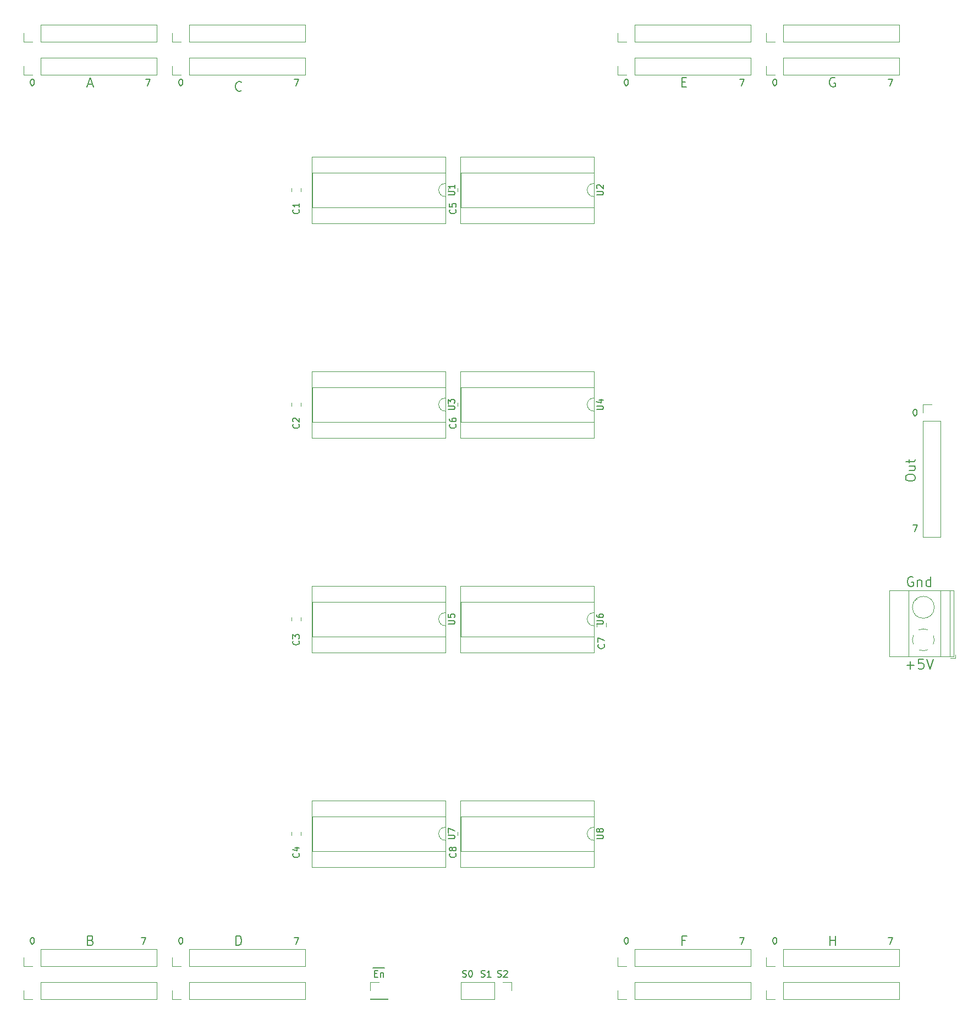
<source format=gbr>
%TF.GenerationSoftware,KiCad,Pcbnew,(5.1.8)-1*%
%TF.CreationDate,2022-05-31T01:24:27+03:00*%
%TF.ProjectId,MUX,4d55582e-6b69-4636-9164-5f7063625858,rev?*%
%TF.SameCoordinates,Original*%
%TF.FileFunction,Legend,Top*%
%TF.FilePolarity,Positive*%
%FSLAX46Y46*%
G04 Gerber Fmt 4.6, Leading zero omitted, Abs format (unit mm)*
G04 Created by KiCad (PCBNEW (5.1.8)-1) date 2022-05-31 01:24:27*
%MOMM*%
%LPD*%
G01*
G04 APERTURE LIST*
%ADD10C,0.150000*%
%ADD11C,0.200000*%
%ADD12C,0.120000*%
G04 APERTURE END LIST*
D10*
X91805238Y-174345000D02*
X92710000Y-174345000D01*
X92043333Y-175188571D02*
X92376666Y-175188571D01*
X92519523Y-175712380D02*
X92043333Y-175712380D01*
X92043333Y-174712380D01*
X92519523Y-174712380D01*
X92710000Y-174345000D02*
X93614761Y-174345000D01*
X92948095Y-175045714D02*
X92948095Y-175712380D01*
X92948095Y-175140952D02*
X92995714Y-175093333D01*
X93090952Y-175045714D01*
X93233809Y-175045714D01*
X93329047Y-175093333D01*
X93376666Y-175188571D01*
X93376666Y-175712380D01*
X39322380Y-37552380D02*
X39417619Y-37552380D01*
X39512857Y-37600000D01*
X39560476Y-37647619D01*
X39608095Y-37742857D01*
X39655714Y-37933333D01*
X39655714Y-38171428D01*
X39608095Y-38361904D01*
X39560476Y-38457142D01*
X39512857Y-38504761D01*
X39417619Y-38552380D01*
X39322380Y-38552380D01*
X39227142Y-38504761D01*
X39179523Y-38457142D01*
X39131904Y-38361904D01*
X39084285Y-38171428D01*
X39084285Y-37933333D01*
X39131904Y-37742857D01*
X39179523Y-37647619D01*
X39227142Y-37600000D01*
X39322380Y-37552380D01*
X56816666Y-37552380D02*
X57483333Y-37552380D01*
X57054761Y-38552380D01*
X79676666Y-37552380D02*
X80343333Y-37552380D01*
X79914761Y-38552380D01*
X174926666Y-106132380D02*
X175593333Y-106132380D01*
X175164761Y-107132380D01*
X171116666Y-37552380D02*
X171783333Y-37552380D01*
X171354761Y-38552380D01*
X148256666Y-37552380D02*
X148923333Y-37552380D01*
X148494761Y-38552380D01*
X171116666Y-169632380D02*
X171783333Y-169632380D01*
X171354761Y-170632380D01*
X148256666Y-169632380D02*
X148923333Y-169632380D01*
X148494761Y-170632380D01*
X79676666Y-169632380D02*
X80343333Y-169632380D01*
X79914761Y-170632380D01*
X56181666Y-169632380D02*
X56848333Y-169632380D01*
X56419761Y-170632380D01*
X39322380Y-169632380D02*
X39417619Y-169632380D01*
X39512857Y-169680000D01*
X39560476Y-169727619D01*
X39608095Y-169822857D01*
X39655714Y-170013333D01*
X39655714Y-170251428D01*
X39608095Y-170441904D01*
X39560476Y-170537142D01*
X39512857Y-170584761D01*
X39417619Y-170632380D01*
X39322380Y-170632380D01*
X39227142Y-170584761D01*
X39179523Y-170537142D01*
X39131904Y-170441904D01*
X39084285Y-170251428D01*
X39084285Y-170013333D01*
X39131904Y-169822857D01*
X39179523Y-169727619D01*
X39227142Y-169680000D01*
X39322380Y-169632380D01*
X62182380Y-169632380D02*
X62277619Y-169632380D01*
X62372857Y-169680000D01*
X62420476Y-169727619D01*
X62468095Y-169822857D01*
X62515714Y-170013333D01*
X62515714Y-170251428D01*
X62468095Y-170441904D01*
X62420476Y-170537142D01*
X62372857Y-170584761D01*
X62277619Y-170632380D01*
X62182380Y-170632380D01*
X62087142Y-170584761D01*
X62039523Y-170537142D01*
X61991904Y-170441904D01*
X61944285Y-170251428D01*
X61944285Y-170013333D01*
X61991904Y-169822857D01*
X62039523Y-169727619D01*
X62087142Y-169680000D01*
X62182380Y-169632380D01*
X130762380Y-169632380D02*
X130857619Y-169632380D01*
X130952857Y-169680000D01*
X131000476Y-169727619D01*
X131048095Y-169822857D01*
X131095714Y-170013333D01*
X131095714Y-170251428D01*
X131048095Y-170441904D01*
X131000476Y-170537142D01*
X130952857Y-170584761D01*
X130857619Y-170632380D01*
X130762380Y-170632380D01*
X130667142Y-170584761D01*
X130619523Y-170537142D01*
X130571904Y-170441904D01*
X130524285Y-170251428D01*
X130524285Y-170013333D01*
X130571904Y-169822857D01*
X130619523Y-169727619D01*
X130667142Y-169680000D01*
X130762380Y-169632380D01*
X153622380Y-169632380D02*
X153717619Y-169632380D01*
X153812857Y-169680000D01*
X153860476Y-169727619D01*
X153908095Y-169822857D01*
X153955714Y-170013333D01*
X153955714Y-170251428D01*
X153908095Y-170441904D01*
X153860476Y-170537142D01*
X153812857Y-170584761D01*
X153717619Y-170632380D01*
X153622380Y-170632380D01*
X153527142Y-170584761D01*
X153479523Y-170537142D01*
X153431904Y-170441904D01*
X153384285Y-170251428D01*
X153384285Y-170013333D01*
X153431904Y-169822857D01*
X153479523Y-169727619D01*
X153527142Y-169680000D01*
X153622380Y-169632380D01*
X62182380Y-37552380D02*
X62277619Y-37552380D01*
X62372857Y-37600000D01*
X62420476Y-37647619D01*
X62468095Y-37742857D01*
X62515714Y-37933333D01*
X62515714Y-38171428D01*
X62468095Y-38361904D01*
X62420476Y-38457142D01*
X62372857Y-38504761D01*
X62277619Y-38552380D01*
X62182380Y-38552380D01*
X62087142Y-38504761D01*
X62039523Y-38457142D01*
X61991904Y-38361904D01*
X61944285Y-38171428D01*
X61944285Y-37933333D01*
X61991904Y-37742857D01*
X62039523Y-37647619D01*
X62087142Y-37600000D01*
X62182380Y-37552380D01*
X175212380Y-88352380D02*
X175307619Y-88352380D01*
X175402857Y-88400000D01*
X175450476Y-88447619D01*
X175498095Y-88542857D01*
X175545714Y-88733333D01*
X175545714Y-88971428D01*
X175498095Y-89161904D01*
X175450476Y-89257142D01*
X175402857Y-89304761D01*
X175307619Y-89352380D01*
X175212380Y-89352380D01*
X175117142Y-89304761D01*
X175069523Y-89257142D01*
X175021904Y-89161904D01*
X174974285Y-88971428D01*
X174974285Y-88733333D01*
X175021904Y-88542857D01*
X175069523Y-88447619D01*
X175117142Y-88400000D01*
X175212380Y-88352380D01*
X130762380Y-37552380D02*
X130857619Y-37552380D01*
X130952857Y-37600000D01*
X131000476Y-37647619D01*
X131048095Y-37742857D01*
X131095714Y-37933333D01*
X131095714Y-38171428D01*
X131048095Y-38361904D01*
X131000476Y-38457142D01*
X130952857Y-38504761D01*
X130857619Y-38552380D01*
X130762380Y-38552380D01*
X130667142Y-38504761D01*
X130619523Y-38457142D01*
X130571904Y-38361904D01*
X130524285Y-38171428D01*
X130524285Y-37933333D01*
X130571904Y-37742857D01*
X130619523Y-37647619D01*
X130667142Y-37600000D01*
X130762380Y-37552380D01*
X153622380Y-37552380D02*
X153717619Y-37552380D01*
X153812857Y-37600000D01*
X153860476Y-37647619D01*
X153908095Y-37742857D01*
X153955714Y-37933333D01*
X153955714Y-38171428D01*
X153908095Y-38361904D01*
X153860476Y-38457142D01*
X153812857Y-38504761D01*
X153717619Y-38552380D01*
X153622380Y-38552380D01*
X153527142Y-38504761D01*
X153479523Y-38457142D01*
X153431904Y-38361904D01*
X153384285Y-38171428D01*
X153384285Y-37933333D01*
X153431904Y-37742857D01*
X153479523Y-37647619D01*
X153527142Y-37600000D01*
X153622380Y-37552380D01*
D11*
X173803571Y-99040000D02*
X173803571Y-98754285D01*
X173875000Y-98611428D01*
X174017857Y-98468571D01*
X174303571Y-98397142D01*
X174803571Y-98397142D01*
X175089285Y-98468571D01*
X175232142Y-98611428D01*
X175303571Y-98754285D01*
X175303571Y-99040000D01*
X175232142Y-99182857D01*
X175089285Y-99325714D01*
X174803571Y-99397142D01*
X174303571Y-99397142D01*
X174017857Y-99325714D01*
X173875000Y-99182857D01*
X173803571Y-99040000D01*
X174303571Y-97111428D02*
X175303571Y-97111428D01*
X174303571Y-97754285D02*
X175089285Y-97754285D01*
X175232142Y-97682857D01*
X175303571Y-97540000D01*
X175303571Y-97325714D01*
X175232142Y-97182857D01*
X175160714Y-97111428D01*
X174303571Y-96611428D02*
X174303571Y-96040000D01*
X173803571Y-96397142D02*
X175089285Y-96397142D01*
X175232142Y-96325714D01*
X175303571Y-96182857D01*
X175303571Y-96040000D01*
X173966428Y-127742142D02*
X175109285Y-127742142D01*
X174537857Y-128313571D02*
X174537857Y-127170714D01*
X176537857Y-126813571D02*
X175823571Y-126813571D01*
X175752142Y-127527857D01*
X175823571Y-127456428D01*
X175966428Y-127385000D01*
X176323571Y-127385000D01*
X176466428Y-127456428D01*
X176537857Y-127527857D01*
X176609285Y-127670714D01*
X176609285Y-128027857D01*
X176537857Y-128170714D01*
X176466428Y-128242142D01*
X176323571Y-128313571D01*
X175966428Y-128313571D01*
X175823571Y-128242142D01*
X175752142Y-128170714D01*
X177037857Y-126813571D02*
X177537857Y-128313571D01*
X178037857Y-126813571D01*
X174930714Y-114185000D02*
X174787857Y-114113571D01*
X174573571Y-114113571D01*
X174359285Y-114185000D01*
X174216428Y-114327857D01*
X174145000Y-114470714D01*
X174073571Y-114756428D01*
X174073571Y-114970714D01*
X174145000Y-115256428D01*
X174216428Y-115399285D01*
X174359285Y-115542142D01*
X174573571Y-115613571D01*
X174716428Y-115613571D01*
X174930714Y-115542142D01*
X175002142Y-115470714D01*
X175002142Y-114970714D01*
X174716428Y-114970714D01*
X175645000Y-114613571D02*
X175645000Y-115613571D01*
X175645000Y-114756428D02*
X175716428Y-114685000D01*
X175859285Y-114613571D01*
X176073571Y-114613571D01*
X176216428Y-114685000D01*
X176287857Y-114827857D01*
X176287857Y-115613571D01*
X177645000Y-115613571D02*
X177645000Y-114113571D01*
X177645000Y-115542142D02*
X177502142Y-115613571D01*
X177216428Y-115613571D01*
X177073571Y-115542142D01*
X177002142Y-115470714D01*
X176930714Y-115327857D01*
X176930714Y-114899285D01*
X177002142Y-114756428D01*
X177073571Y-114685000D01*
X177216428Y-114613571D01*
X177502142Y-114613571D01*
X177645000Y-114685000D01*
D10*
X110998095Y-175664761D02*
X111140952Y-175712380D01*
X111379047Y-175712380D01*
X111474285Y-175664761D01*
X111521904Y-175617142D01*
X111569523Y-175521904D01*
X111569523Y-175426666D01*
X111521904Y-175331428D01*
X111474285Y-175283809D01*
X111379047Y-175236190D01*
X111188571Y-175188571D01*
X111093333Y-175140952D01*
X111045714Y-175093333D01*
X110998095Y-174998095D01*
X110998095Y-174902857D01*
X111045714Y-174807619D01*
X111093333Y-174760000D01*
X111188571Y-174712380D01*
X111426666Y-174712380D01*
X111569523Y-174760000D01*
X111950476Y-174807619D02*
X111998095Y-174760000D01*
X112093333Y-174712380D01*
X112331428Y-174712380D01*
X112426666Y-174760000D01*
X112474285Y-174807619D01*
X112521904Y-174902857D01*
X112521904Y-174998095D01*
X112474285Y-175140952D01*
X111902857Y-175712380D01*
X112521904Y-175712380D01*
X108458095Y-175664761D02*
X108600952Y-175712380D01*
X108839047Y-175712380D01*
X108934285Y-175664761D01*
X108981904Y-175617142D01*
X109029523Y-175521904D01*
X109029523Y-175426666D01*
X108981904Y-175331428D01*
X108934285Y-175283809D01*
X108839047Y-175236190D01*
X108648571Y-175188571D01*
X108553333Y-175140952D01*
X108505714Y-175093333D01*
X108458095Y-174998095D01*
X108458095Y-174902857D01*
X108505714Y-174807619D01*
X108553333Y-174760000D01*
X108648571Y-174712380D01*
X108886666Y-174712380D01*
X109029523Y-174760000D01*
X109981904Y-175712380D02*
X109410476Y-175712380D01*
X109696190Y-175712380D02*
X109696190Y-174712380D01*
X109600952Y-174855238D01*
X109505714Y-174950476D01*
X109410476Y-174998095D01*
X105600595Y-175664761D02*
X105743452Y-175712380D01*
X105981547Y-175712380D01*
X106076785Y-175664761D01*
X106124404Y-175617142D01*
X106172023Y-175521904D01*
X106172023Y-175426666D01*
X106124404Y-175331428D01*
X106076785Y-175283809D01*
X105981547Y-175236190D01*
X105791071Y-175188571D01*
X105695833Y-175140952D01*
X105648214Y-175093333D01*
X105600595Y-174998095D01*
X105600595Y-174902857D01*
X105648214Y-174807619D01*
X105695833Y-174760000D01*
X105791071Y-174712380D01*
X106029166Y-174712380D01*
X106172023Y-174760000D01*
X106791071Y-174712380D02*
X106886309Y-174712380D01*
X106981547Y-174760000D01*
X107029166Y-174807619D01*
X107076785Y-174902857D01*
X107124404Y-175093333D01*
X107124404Y-175331428D01*
X107076785Y-175521904D01*
X107029166Y-175617142D01*
X106981547Y-175664761D01*
X106886309Y-175712380D01*
X106791071Y-175712380D01*
X106695833Y-175664761D01*
X106648214Y-175617142D01*
X106600595Y-175521904D01*
X106552976Y-175331428D01*
X106552976Y-175093333D01*
X106600595Y-174902857D01*
X106648214Y-174807619D01*
X106695833Y-174760000D01*
X106791071Y-174712380D01*
D11*
X139914285Y-170072857D02*
X139414285Y-170072857D01*
X139414285Y-170858571D02*
X139414285Y-169358571D01*
X140128571Y-169358571D01*
X139378571Y-37992857D02*
X139878571Y-37992857D01*
X140092857Y-38778571D02*
X139378571Y-38778571D01*
X139378571Y-37278571D01*
X140092857Y-37278571D01*
X70727142Y-170858571D02*
X70727142Y-169358571D01*
X71084285Y-169358571D01*
X71298571Y-169430000D01*
X71441428Y-169572857D01*
X71512857Y-169715714D01*
X71584285Y-170001428D01*
X71584285Y-170215714D01*
X71512857Y-170501428D01*
X71441428Y-170644285D01*
X71298571Y-170787142D01*
X71084285Y-170858571D01*
X70727142Y-170858571D01*
X71584285Y-39270714D02*
X71512857Y-39342142D01*
X71298571Y-39413571D01*
X71155714Y-39413571D01*
X70941428Y-39342142D01*
X70798571Y-39199285D01*
X70727142Y-39056428D01*
X70655714Y-38770714D01*
X70655714Y-38556428D01*
X70727142Y-38270714D01*
X70798571Y-38127857D01*
X70941428Y-37985000D01*
X71155714Y-37913571D01*
X71298571Y-37913571D01*
X71512857Y-37985000D01*
X71584285Y-38056428D01*
X162131428Y-170858571D02*
X162131428Y-169358571D01*
X162131428Y-170072857D02*
X162988571Y-170072857D01*
X162988571Y-170858571D02*
X162988571Y-169358571D01*
X162952857Y-37350000D02*
X162810000Y-37278571D01*
X162595714Y-37278571D01*
X162381428Y-37350000D01*
X162238571Y-37492857D01*
X162167142Y-37635714D01*
X162095714Y-37921428D01*
X162095714Y-38135714D01*
X162167142Y-38421428D01*
X162238571Y-38564285D01*
X162381428Y-38707142D01*
X162595714Y-38778571D01*
X162738571Y-38778571D01*
X162952857Y-38707142D01*
X163024285Y-38635714D01*
X163024285Y-38135714D01*
X162738571Y-38135714D01*
X48367142Y-170072857D02*
X48581428Y-170144285D01*
X48652857Y-170215714D01*
X48724285Y-170358571D01*
X48724285Y-170572857D01*
X48652857Y-170715714D01*
X48581428Y-170787142D01*
X48438571Y-170858571D01*
X47867142Y-170858571D01*
X47867142Y-169358571D01*
X48367142Y-169358571D01*
X48510000Y-169430000D01*
X48581428Y-169501428D01*
X48652857Y-169644285D01*
X48652857Y-169787142D01*
X48581428Y-169930000D01*
X48510000Y-170001428D01*
X48367142Y-170072857D01*
X47867142Y-170072857D01*
X47902857Y-38350000D02*
X48617142Y-38350000D01*
X47760000Y-38778571D02*
X48260000Y-37278571D01*
X48760000Y-38778571D01*
D12*
%TO.C,J1*%
X38040000Y-36890000D02*
X38040000Y-35560000D01*
X39370000Y-36890000D02*
X38040000Y-36890000D01*
X40640000Y-36890000D02*
X40640000Y-34230000D01*
X40640000Y-34230000D02*
X58480000Y-34230000D01*
X40640000Y-36890000D02*
X58480000Y-36890000D01*
X58480000Y-36890000D02*
X58480000Y-34230000D01*
%TO.C,J2*%
X129480000Y-36890000D02*
X129480000Y-35560000D01*
X130810000Y-36890000D02*
X129480000Y-36890000D01*
X132080000Y-36890000D02*
X132080000Y-34230000D01*
X132080000Y-34230000D02*
X149920000Y-34230000D01*
X132080000Y-36890000D02*
X149920000Y-36890000D01*
X149920000Y-36890000D02*
X149920000Y-34230000D01*
%TO.C,J3*%
X58480000Y-179130000D02*
X58480000Y-176470000D01*
X40640000Y-179130000D02*
X58480000Y-179130000D01*
X40640000Y-176470000D02*
X58480000Y-176470000D01*
X40640000Y-179130000D02*
X40640000Y-176470000D01*
X39370000Y-179130000D02*
X38040000Y-179130000D01*
X38040000Y-179130000D02*
X38040000Y-177800000D01*
%TO.C,J4*%
X149920000Y-179130000D02*
X149920000Y-176470000D01*
X132080000Y-179130000D02*
X149920000Y-179130000D01*
X132080000Y-176470000D02*
X149920000Y-176470000D01*
X132080000Y-179130000D02*
X132080000Y-176470000D01*
X130810000Y-179130000D02*
X129480000Y-179130000D01*
X129480000Y-179130000D02*
X129480000Y-177800000D01*
%TO.C,J5*%
X60900000Y-31810000D02*
X60900000Y-30480000D01*
X62230000Y-31810000D02*
X60900000Y-31810000D01*
X63500000Y-31810000D02*
X63500000Y-29150000D01*
X63500000Y-29150000D02*
X81340000Y-29150000D01*
X63500000Y-31810000D02*
X81340000Y-31810000D01*
X81340000Y-31810000D02*
X81340000Y-29150000D01*
%TO.C,J6*%
X152340000Y-31810000D02*
X152340000Y-30480000D01*
X153670000Y-31810000D02*
X152340000Y-31810000D01*
X154940000Y-31810000D02*
X154940000Y-29150000D01*
X154940000Y-29150000D02*
X172780000Y-29150000D01*
X154940000Y-31810000D02*
X172780000Y-31810000D01*
X172780000Y-31810000D02*
X172780000Y-29150000D01*
%TO.C,J7*%
X81340000Y-179130000D02*
X81340000Y-176470000D01*
X63500000Y-179130000D02*
X81340000Y-179130000D01*
X63500000Y-176470000D02*
X81340000Y-176470000D01*
X63500000Y-179130000D02*
X63500000Y-176470000D01*
X62230000Y-179130000D02*
X60900000Y-179130000D01*
X60900000Y-179130000D02*
X60900000Y-177800000D01*
%TO.C,J8*%
X172780000Y-174050000D02*
X172780000Y-171390000D01*
X154940000Y-174050000D02*
X172780000Y-174050000D01*
X154940000Y-171390000D02*
X172780000Y-171390000D01*
X154940000Y-174050000D02*
X154940000Y-171390000D01*
X153670000Y-174050000D02*
X152340000Y-174050000D01*
X152340000Y-174050000D02*
X152340000Y-172720000D01*
%TO.C,U1*%
X102990000Y-59750000D02*
X102990000Y-49470000D01*
X82430000Y-59750000D02*
X102990000Y-59750000D01*
X82430000Y-49470000D02*
X82430000Y-59750000D01*
X102990000Y-49470000D02*
X82430000Y-49470000D01*
X102930000Y-57260000D02*
X102930000Y-55610000D01*
X82490000Y-57260000D02*
X102930000Y-57260000D01*
X82490000Y-51960000D02*
X82490000Y-57260000D01*
X102930000Y-51960000D02*
X82490000Y-51960000D01*
X102930000Y-53610000D02*
X102930000Y-51960000D01*
X102930000Y-55610000D02*
G75*
G02*
X102930000Y-53610000I0J1000000D01*
G01*
%TO.C,U2*%
X125790000Y-53610000D02*
X125790000Y-51960000D01*
X125790000Y-51960000D02*
X105350000Y-51960000D01*
X105350000Y-51960000D02*
X105350000Y-57260000D01*
X105350000Y-57260000D02*
X125790000Y-57260000D01*
X125790000Y-57260000D02*
X125790000Y-55610000D01*
X125850000Y-49470000D02*
X105290000Y-49470000D01*
X105290000Y-49470000D02*
X105290000Y-59750000D01*
X105290000Y-59750000D02*
X125850000Y-59750000D01*
X125850000Y-59750000D02*
X125850000Y-49470000D01*
X125790000Y-55610000D02*
G75*
G02*
X125790000Y-53610000I0J1000000D01*
G01*
%TO.C,U3*%
X102990000Y-92770000D02*
X102990000Y-82490000D01*
X82430000Y-92770000D02*
X102990000Y-92770000D01*
X82430000Y-82490000D02*
X82430000Y-92770000D01*
X102990000Y-82490000D02*
X82430000Y-82490000D01*
X102930000Y-90280000D02*
X102930000Y-88630000D01*
X82490000Y-90280000D02*
X102930000Y-90280000D01*
X82490000Y-84980000D02*
X82490000Y-90280000D01*
X102930000Y-84980000D02*
X82490000Y-84980000D01*
X102930000Y-86630000D02*
X102930000Y-84980000D01*
X102930000Y-88630000D02*
G75*
G02*
X102930000Y-86630000I0J1000000D01*
G01*
%TO.C,U4*%
X125790000Y-86630000D02*
X125790000Y-84980000D01*
X125790000Y-84980000D02*
X105350000Y-84980000D01*
X105350000Y-84980000D02*
X105350000Y-90280000D01*
X105350000Y-90280000D02*
X125790000Y-90280000D01*
X125790000Y-90280000D02*
X125790000Y-88630000D01*
X125850000Y-82490000D02*
X105290000Y-82490000D01*
X105290000Y-82490000D02*
X105290000Y-92770000D01*
X105290000Y-92770000D02*
X125850000Y-92770000D01*
X125850000Y-92770000D02*
X125850000Y-82490000D01*
X125790000Y-88630000D02*
G75*
G02*
X125790000Y-86630000I0J1000000D01*
G01*
%TO.C,U5*%
X102990000Y-125790000D02*
X102990000Y-115510000D01*
X82430000Y-125790000D02*
X102990000Y-125790000D01*
X82430000Y-115510000D02*
X82430000Y-125790000D01*
X102990000Y-115510000D02*
X82430000Y-115510000D01*
X102930000Y-123300000D02*
X102930000Y-121650000D01*
X82490000Y-123300000D02*
X102930000Y-123300000D01*
X82490000Y-118000000D02*
X82490000Y-123300000D01*
X102930000Y-118000000D02*
X82490000Y-118000000D01*
X102930000Y-119650000D02*
X102930000Y-118000000D01*
X102930000Y-121650000D02*
G75*
G02*
X102930000Y-119650000I0J1000000D01*
G01*
%TO.C,U6*%
X125790000Y-119650000D02*
X125790000Y-118000000D01*
X125790000Y-118000000D02*
X105350000Y-118000000D01*
X105350000Y-118000000D02*
X105350000Y-123300000D01*
X105350000Y-123300000D02*
X125790000Y-123300000D01*
X125790000Y-123300000D02*
X125790000Y-121650000D01*
X125850000Y-115510000D02*
X105290000Y-115510000D01*
X105290000Y-115510000D02*
X105290000Y-125790000D01*
X105290000Y-125790000D02*
X125850000Y-125790000D01*
X125850000Y-125790000D02*
X125850000Y-115510000D01*
X125790000Y-121650000D02*
G75*
G02*
X125790000Y-119650000I0J1000000D01*
G01*
%TO.C,U7*%
X102990000Y-158810000D02*
X102990000Y-148530000D01*
X82430000Y-158810000D02*
X102990000Y-158810000D01*
X82430000Y-148530000D02*
X82430000Y-158810000D01*
X102990000Y-148530000D02*
X82430000Y-148530000D01*
X102930000Y-156320000D02*
X102930000Y-154670000D01*
X82490000Y-156320000D02*
X102930000Y-156320000D01*
X82490000Y-151020000D02*
X82490000Y-156320000D01*
X102930000Y-151020000D02*
X82490000Y-151020000D01*
X102930000Y-152670000D02*
X102930000Y-151020000D01*
X102930000Y-154670000D02*
G75*
G02*
X102930000Y-152670000I0J1000000D01*
G01*
%TO.C,U8*%
X125790000Y-152670000D02*
X125790000Y-151020000D01*
X125790000Y-151020000D02*
X105350000Y-151020000D01*
X105350000Y-151020000D02*
X105350000Y-156320000D01*
X105350000Y-156320000D02*
X125790000Y-156320000D01*
X125790000Y-156320000D02*
X125790000Y-154670000D01*
X125850000Y-148530000D02*
X105290000Y-148530000D01*
X105290000Y-148530000D02*
X105290000Y-158810000D01*
X105290000Y-158810000D02*
X125850000Y-158810000D01*
X125850000Y-158810000D02*
X125850000Y-148530000D01*
X125790000Y-154670000D02*
G75*
G02*
X125790000Y-152670000I0J1000000D01*
G01*
%TO.C,J9*%
X181430000Y-126625000D02*
X181430000Y-126125000D01*
X180690000Y-126625000D02*
X181430000Y-126625000D01*
X177553000Y-120052000D02*
X177599000Y-120099000D01*
X175255000Y-117755000D02*
X175291000Y-117790000D01*
X177769000Y-119859000D02*
X177804000Y-119894000D01*
X175461000Y-117550000D02*
X175507000Y-117597000D01*
X171269000Y-116265000D02*
X181190000Y-116265000D01*
X171269000Y-126385000D02*
X181190000Y-126385000D01*
X181190000Y-126385000D02*
X181190000Y-116265000D01*
X171269000Y-126385000D02*
X171269000Y-116265000D01*
X174229000Y-126385000D02*
X174229000Y-116265000D01*
X179130000Y-126385000D02*
X179130000Y-116265000D01*
X180630000Y-126385000D02*
X180630000Y-116265000D01*
X178210000Y-118825000D02*
G75*
G03*
X178210000Y-118825000I-1680000J0D01*
G01*
X178064756Y-123141682D02*
G75*
G02*
X178210000Y-123825000I-1534756J-683318D01*
G01*
X175846958Y-122289574D02*
G75*
G02*
X177214000Y-122290000I683042J-1535426D01*
G01*
X174994574Y-124508042D02*
G75*
G02*
X174995000Y-123141000I1535426J683042D01*
G01*
X177213042Y-125360426D02*
G75*
G02*
X175846000Y-125360000I-683042J1535426D01*
G01*
X178210253Y-123796195D02*
G75*
G02*
X178065000Y-124509000I-1680253J-28805D01*
G01*
%TO.C,J10*%
X113090000Y-176470000D02*
X113090000Y-177800000D01*
X111760000Y-176470000D02*
X113090000Y-176470000D01*
X110490000Y-176470000D02*
X110490000Y-179130000D01*
X110490000Y-179130000D02*
X105350000Y-179130000D01*
X110490000Y-176470000D02*
X105350000Y-176470000D01*
X105350000Y-176470000D02*
X105350000Y-179130000D01*
%TO.C,J11*%
X176470000Y-87570000D02*
X177800000Y-87570000D01*
X176470000Y-88900000D02*
X176470000Y-87570000D01*
X176470000Y-90170000D02*
X179130000Y-90170000D01*
X179130000Y-90170000D02*
X179130000Y-108010000D01*
X176470000Y-90170000D02*
X176470000Y-108010000D01*
X176470000Y-108010000D02*
X179130000Y-108010000D01*
%TO.C,C1*%
X80745000Y-54871252D02*
X80745000Y-54348748D01*
X79275000Y-54871252D02*
X79275000Y-54348748D01*
%TO.C,C2*%
X79275000Y-87891252D02*
X79275000Y-87368748D01*
X80745000Y-87891252D02*
X80745000Y-87368748D01*
%TO.C,C3*%
X80745000Y-120911252D02*
X80745000Y-120388748D01*
X79275000Y-120911252D02*
X79275000Y-120388748D01*
%TO.C,C4*%
X79275000Y-153931252D02*
X79275000Y-153408748D01*
X80745000Y-153931252D02*
X80745000Y-153408748D01*
%TO.C,C5*%
X104875000Y-54871252D02*
X104875000Y-54348748D01*
X103405000Y-54871252D02*
X103405000Y-54348748D01*
%TO.C,C6*%
X103405000Y-87891252D02*
X103405000Y-87368748D01*
X104875000Y-87891252D02*
X104875000Y-87368748D01*
%TO.C,C7*%
X127735000Y-121778752D02*
X127735000Y-121256248D01*
X126265000Y-121778752D02*
X126265000Y-121256248D01*
%TO.C,C8*%
X103405000Y-153931252D02*
X103405000Y-153408748D01*
X104875000Y-153931252D02*
X104875000Y-153408748D01*
%TO.C,J12*%
X58480000Y-31810000D02*
X58480000Y-29150000D01*
X40640000Y-31810000D02*
X58480000Y-31810000D01*
X40640000Y-29150000D02*
X58480000Y-29150000D01*
X40640000Y-31810000D02*
X40640000Y-29150000D01*
X39370000Y-31810000D02*
X38040000Y-31810000D01*
X38040000Y-31810000D02*
X38040000Y-30480000D01*
%TO.C,J13*%
X149920000Y-31810000D02*
X149920000Y-29150000D01*
X132080000Y-31810000D02*
X149920000Y-31810000D01*
X132080000Y-29150000D02*
X149920000Y-29150000D01*
X132080000Y-31810000D02*
X132080000Y-29150000D01*
X130810000Y-31810000D02*
X129480000Y-31810000D01*
X129480000Y-31810000D02*
X129480000Y-30480000D01*
%TO.C,J14*%
X38040000Y-174050000D02*
X38040000Y-172720000D01*
X39370000Y-174050000D02*
X38040000Y-174050000D01*
X40640000Y-174050000D02*
X40640000Y-171390000D01*
X40640000Y-171390000D02*
X58480000Y-171390000D01*
X40640000Y-174050000D02*
X58480000Y-174050000D01*
X58480000Y-174050000D02*
X58480000Y-171390000D01*
%TO.C,J15*%
X129480000Y-174050000D02*
X129480000Y-172720000D01*
X130810000Y-174050000D02*
X129480000Y-174050000D01*
X132080000Y-174050000D02*
X132080000Y-171390000D01*
X132080000Y-171390000D02*
X149920000Y-171390000D01*
X132080000Y-174050000D02*
X149920000Y-174050000D01*
X149920000Y-174050000D02*
X149920000Y-171390000D01*
%TO.C,J16*%
X81340000Y-36890000D02*
X81340000Y-34230000D01*
X63500000Y-36890000D02*
X81340000Y-36890000D01*
X63500000Y-34230000D02*
X81340000Y-34230000D01*
X63500000Y-36890000D02*
X63500000Y-34230000D01*
X62230000Y-36890000D02*
X60900000Y-36890000D01*
X60900000Y-36890000D02*
X60900000Y-35560000D01*
%TO.C,J17*%
X172780000Y-36890000D02*
X172780000Y-34230000D01*
X154940000Y-36890000D02*
X172780000Y-36890000D01*
X154940000Y-34230000D02*
X172780000Y-34230000D01*
X154940000Y-36890000D02*
X154940000Y-34230000D01*
X153670000Y-36890000D02*
X152340000Y-36890000D01*
X152340000Y-36890000D02*
X152340000Y-35560000D01*
%TO.C,J18*%
X60900000Y-174050000D02*
X60900000Y-172720000D01*
X62230000Y-174050000D02*
X60900000Y-174050000D01*
X63500000Y-174050000D02*
X63500000Y-171390000D01*
X63500000Y-171390000D02*
X81340000Y-171390000D01*
X63500000Y-174050000D02*
X81340000Y-174050000D01*
X81340000Y-174050000D02*
X81340000Y-171390000D01*
%TO.C,J19*%
X152340000Y-179130000D02*
X152340000Y-177800000D01*
X153670000Y-179130000D02*
X152340000Y-179130000D01*
X154940000Y-179130000D02*
X154940000Y-176470000D01*
X154940000Y-176470000D02*
X172780000Y-176470000D01*
X154940000Y-179130000D02*
X172780000Y-179130000D01*
X172780000Y-179130000D02*
X172780000Y-176470000D01*
%TO.C,J20*%
X91380000Y-179130000D02*
X94040000Y-179130000D01*
X91380000Y-179070000D02*
X91380000Y-179130000D01*
X94040000Y-179070000D02*
X94040000Y-179130000D01*
X91380000Y-179070000D02*
X94040000Y-179070000D01*
X91380000Y-177800000D02*
X91380000Y-176470000D01*
X91380000Y-176470000D02*
X92710000Y-176470000D01*
%TO.C,U1*%
D10*
X103382380Y-55371904D02*
X104191904Y-55371904D01*
X104287142Y-55324285D01*
X104334761Y-55276666D01*
X104382380Y-55181428D01*
X104382380Y-54990952D01*
X104334761Y-54895714D01*
X104287142Y-54848095D01*
X104191904Y-54800476D01*
X103382380Y-54800476D01*
X104382380Y-53800476D02*
X104382380Y-54371904D01*
X104382380Y-54086190D02*
X103382380Y-54086190D01*
X103525238Y-54181428D01*
X103620476Y-54276666D01*
X103668095Y-54371904D01*
%TO.C,U2*%
X126242380Y-55371904D02*
X127051904Y-55371904D01*
X127147142Y-55324285D01*
X127194761Y-55276666D01*
X127242380Y-55181428D01*
X127242380Y-54990952D01*
X127194761Y-54895714D01*
X127147142Y-54848095D01*
X127051904Y-54800476D01*
X126242380Y-54800476D01*
X126337619Y-54371904D02*
X126290000Y-54324285D01*
X126242380Y-54229047D01*
X126242380Y-53990952D01*
X126290000Y-53895714D01*
X126337619Y-53848095D01*
X126432857Y-53800476D01*
X126528095Y-53800476D01*
X126670952Y-53848095D01*
X127242380Y-54419523D01*
X127242380Y-53800476D01*
%TO.C,U3*%
X103382380Y-88391904D02*
X104191904Y-88391904D01*
X104287142Y-88344285D01*
X104334761Y-88296666D01*
X104382380Y-88201428D01*
X104382380Y-88010952D01*
X104334761Y-87915714D01*
X104287142Y-87868095D01*
X104191904Y-87820476D01*
X103382380Y-87820476D01*
X103382380Y-87439523D02*
X103382380Y-86820476D01*
X103763333Y-87153809D01*
X103763333Y-87010952D01*
X103810952Y-86915714D01*
X103858571Y-86868095D01*
X103953809Y-86820476D01*
X104191904Y-86820476D01*
X104287142Y-86868095D01*
X104334761Y-86915714D01*
X104382380Y-87010952D01*
X104382380Y-87296666D01*
X104334761Y-87391904D01*
X104287142Y-87439523D01*
%TO.C,U4*%
X126242380Y-88391904D02*
X127051904Y-88391904D01*
X127147142Y-88344285D01*
X127194761Y-88296666D01*
X127242380Y-88201428D01*
X127242380Y-88010952D01*
X127194761Y-87915714D01*
X127147142Y-87868095D01*
X127051904Y-87820476D01*
X126242380Y-87820476D01*
X126575714Y-86915714D02*
X127242380Y-86915714D01*
X126194761Y-87153809D02*
X126909047Y-87391904D01*
X126909047Y-86772857D01*
%TO.C,U5*%
X103382380Y-121411904D02*
X104191904Y-121411904D01*
X104287142Y-121364285D01*
X104334761Y-121316666D01*
X104382380Y-121221428D01*
X104382380Y-121030952D01*
X104334761Y-120935714D01*
X104287142Y-120888095D01*
X104191904Y-120840476D01*
X103382380Y-120840476D01*
X103382380Y-119888095D02*
X103382380Y-120364285D01*
X103858571Y-120411904D01*
X103810952Y-120364285D01*
X103763333Y-120269047D01*
X103763333Y-120030952D01*
X103810952Y-119935714D01*
X103858571Y-119888095D01*
X103953809Y-119840476D01*
X104191904Y-119840476D01*
X104287142Y-119888095D01*
X104334761Y-119935714D01*
X104382380Y-120030952D01*
X104382380Y-120269047D01*
X104334761Y-120364285D01*
X104287142Y-120411904D01*
%TO.C,U6*%
X126242380Y-121411904D02*
X127051904Y-121411904D01*
X127147142Y-121364285D01*
X127194761Y-121316666D01*
X127242380Y-121221428D01*
X127242380Y-121030952D01*
X127194761Y-120935714D01*
X127147142Y-120888095D01*
X127051904Y-120840476D01*
X126242380Y-120840476D01*
X126242380Y-119935714D02*
X126242380Y-120126190D01*
X126290000Y-120221428D01*
X126337619Y-120269047D01*
X126480476Y-120364285D01*
X126670952Y-120411904D01*
X127051904Y-120411904D01*
X127147142Y-120364285D01*
X127194761Y-120316666D01*
X127242380Y-120221428D01*
X127242380Y-120030952D01*
X127194761Y-119935714D01*
X127147142Y-119888095D01*
X127051904Y-119840476D01*
X126813809Y-119840476D01*
X126718571Y-119888095D01*
X126670952Y-119935714D01*
X126623333Y-120030952D01*
X126623333Y-120221428D01*
X126670952Y-120316666D01*
X126718571Y-120364285D01*
X126813809Y-120411904D01*
%TO.C,U7*%
X103382380Y-154431904D02*
X104191904Y-154431904D01*
X104287142Y-154384285D01*
X104334761Y-154336666D01*
X104382380Y-154241428D01*
X104382380Y-154050952D01*
X104334761Y-153955714D01*
X104287142Y-153908095D01*
X104191904Y-153860476D01*
X103382380Y-153860476D01*
X103382380Y-153479523D02*
X103382380Y-152812857D01*
X104382380Y-153241428D01*
%TO.C,U8*%
X126242380Y-154431904D02*
X127051904Y-154431904D01*
X127147142Y-154384285D01*
X127194761Y-154336666D01*
X127242380Y-154241428D01*
X127242380Y-154050952D01*
X127194761Y-153955714D01*
X127147142Y-153908095D01*
X127051904Y-153860476D01*
X126242380Y-153860476D01*
X126670952Y-153241428D02*
X126623333Y-153336666D01*
X126575714Y-153384285D01*
X126480476Y-153431904D01*
X126432857Y-153431904D01*
X126337619Y-153384285D01*
X126290000Y-153336666D01*
X126242380Y-153241428D01*
X126242380Y-153050952D01*
X126290000Y-152955714D01*
X126337619Y-152908095D01*
X126432857Y-152860476D01*
X126480476Y-152860476D01*
X126575714Y-152908095D01*
X126623333Y-152955714D01*
X126670952Y-153050952D01*
X126670952Y-153241428D01*
X126718571Y-153336666D01*
X126766190Y-153384285D01*
X126861428Y-153431904D01*
X127051904Y-153431904D01*
X127147142Y-153384285D01*
X127194761Y-153336666D01*
X127242380Y-153241428D01*
X127242380Y-153050952D01*
X127194761Y-152955714D01*
X127147142Y-152908095D01*
X127051904Y-152860476D01*
X126861428Y-152860476D01*
X126766190Y-152908095D01*
X126718571Y-152955714D01*
X126670952Y-153050952D01*
%TO.C,C1*%
X80367142Y-57634166D02*
X80414761Y-57681785D01*
X80462380Y-57824642D01*
X80462380Y-57919880D01*
X80414761Y-58062738D01*
X80319523Y-58157976D01*
X80224285Y-58205595D01*
X80033809Y-58253214D01*
X79890952Y-58253214D01*
X79700476Y-58205595D01*
X79605238Y-58157976D01*
X79510000Y-58062738D01*
X79462380Y-57919880D01*
X79462380Y-57824642D01*
X79510000Y-57681785D01*
X79557619Y-57634166D01*
X80462380Y-56681785D02*
X80462380Y-57253214D01*
X80462380Y-56967500D02*
X79462380Y-56967500D01*
X79605238Y-57062738D01*
X79700476Y-57157976D01*
X79748095Y-57253214D01*
%TO.C,C2*%
X80367142Y-90654166D02*
X80414761Y-90701785D01*
X80462380Y-90844642D01*
X80462380Y-90939880D01*
X80414761Y-91082738D01*
X80319523Y-91177976D01*
X80224285Y-91225595D01*
X80033809Y-91273214D01*
X79890952Y-91273214D01*
X79700476Y-91225595D01*
X79605238Y-91177976D01*
X79510000Y-91082738D01*
X79462380Y-90939880D01*
X79462380Y-90844642D01*
X79510000Y-90701785D01*
X79557619Y-90654166D01*
X79557619Y-90273214D02*
X79510000Y-90225595D01*
X79462380Y-90130357D01*
X79462380Y-89892261D01*
X79510000Y-89797023D01*
X79557619Y-89749404D01*
X79652857Y-89701785D01*
X79748095Y-89701785D01*
X79890952Y-89749404D01*
X80462380Y-90320833D01*
X80462380Y-89701785D01*
%TO.C,C3*%
X80367142Y-123991666D02*
X80414761Y-124039285D01*
X80462380Y-124182142D01*
X80462380Y-124277380D01*
X80414761Y-124420238D01*
X80319523Y-124515476D01*
X80224285Y-124563095D01*
X80033809Y-124610714D01*
X79890952Y-124610714D01*
X79700476Y-124563095D01*
X79605238Y-124515476D01*
X79510000Y-124420238D01*
X79462380Y-124277380D01*
X79462380Y-124182142D01*
X79510000Y-124039285D01*
X79557619Y-123991666D01*
X79462380Y-123658333D02*
X79462380Y-123039285D01*
X79843333Y-123372619D01*
X79843333Y-123229761D01*
X79890952Y-123134523D01*
X79938571Y-123086904D01*
X80033809Y-123039285D01*
X80271904Y-123039285D01*
X80367142Y-123086904D01*
X80414761Y-123134523D01*
X80462380Y-123229761D01*
X80462380Y-123515476D01*
X80414761Y-123610714D01*
X80367142Y-123658333D01*
%TO.C,C4*%
X80367142Y-156694166D02*
X80414761Y-156741785D01*
X80462380Y-156884642D01*
X80462380Y-156979880D01*
X80414761Y-157122738D01*
X80319523Y-157217976D01*
X80224285Y-157265595D01*
X80033809Y-157313214D01*
X79890952Y-157313214D01*
X79700476Y-157265595D01*
X79605238Y-157217976D01*
X79510000Y-157122738D01*
X79462380Y-156979880D01*
X79462380Y-156884642D01*
X79510000Y-156741785D01*
X79557619Y-156694166D01*
X79795714Y-155837023D02*
X80462380Y-155837023D01*
X79414761Y-156075119D02*
X80129047Y-156313214D01*
X80129047Y-155694166D01*
%TO.C,C5*%
X104497142Y-57634166D02*
X104544761Y-57681785D01*
X104592380Y-57824642D01*
X104592380Y-57919880D01*
X104544761Y-58062738D01*
X104449523Y-58157976D01*
X104354285Y-58205595D01*
X104163809Y-58253214D01*
X104020952Y-58253214D01*
X103830476Y-58205595D01*
X103735238Y-58157976D01*
X103640000Y-58062738D01*
X103592380Y-57919880D01*
X103592380Y-57824642D01*
X103640000Y-57681785D01*
X103687619Y-57634166D01*
X103592380Y-56729404D02*
X103592380Y-57205595D01*
X104068571Y-57253214D01*
X104020952Y-57205595D01*
X103973333Y-57110357D01*
X103973333Y-56872261D01*
X104020952Y-56777023D01*
X104068571Y-56729404D01*
X104163809Y-56681785D01*
X104401904Y-56681785D01*
X104497142Y-56729404D01*
X104544761Y-56777023D01*
X104592380Y-56872261D01*
X104592380Y-57110357D01*
X104544761Y-57205595D01*
X104497142Y-57253214D01*
%TO.C,C6*%
X104497142Y-90654166D02*
X104544761Y-90701785D01*
X104592380Y-90844642D01*
X104592380Y-90939880D01*
X104544761Y-91082738D01*
X104449523Y-91177976D01*
X104354285Y-91225595D01*
X104163809Y-91273214D01*
X104020952Y-91273214D01*
X103830476Y-91225595D01*
X103735238Y-91177976D01*
X103640000Y-91082738D01*
X103592380Y-90939880D01*
X103592380Y-90844642D01*
X103640000Y-90701785D01*
X103687619Y-90654166D01*
X103592380Y-89797023D02*
X103592380Y-89987500D01*
X103640000Y-90082738D01*
X103687619Y-90130357D01*
X103830476Y-90225595D01*
X104020952Y-90273214D01*
X104401904Y-90273214D01*
X104497142Y-90225595D01*
X104544761Y-90177976D01*
X104592380Y-90082738D01*
X104592380Y-89892261D01*
X104544761Y-89797023D01*
X104497142Y-89749404D01*
X104401904Y-89701785D01*
X104163809Y-89701785D01*
X104068571Y-89749404D01*
X104020952Y-89797023D01*
X103973333Y-89892261D01*
X103973333Y-90082738D01*
X104020952Y-90177976D01*
X104068571Y-90225595D01*
X104163809Y-90273214D01*
%TO.C,C7*%
X127357142Y-124541666D02*
X127404761Y-124589285D01*
X127452380Y-124732142D01*
X127452380Y-124827380D01*
X127404761Y-124970238D01*
X127309523Y-125065476D01*
X127214285Y-125113095D01*
X127023809Y-125160714D01*
X126880952Y-125160714D01*
X126690476Y-125113095D01*
X126595238Y-125065476D01*
X126500000Y-124970238D01*
X126452380Y-124827380D01*
X126452380Y-124732142D01*
X126500000Y-124589285D01*
X126547619Y-124541666D01*
X126452380Y-124208333D02*
X126452380Y-123541666D01*
X127452380Y-123970238D01*
%TO.C,C8*%
X104497142Y-156694166D02*
X104544761Y-156741785D01*
X104592380Y-156884642D01*
X104592380Y-156979880D01*
X104544761Y-157122738D01*
X104449523Y-157217976D01*
X104354285Y-157265595D01*
X104163809Y-157313214D01*
X104020952Y-157313214D01*
X103830476Y-157265595D01*
X103735238Y-157217976D01*
X103640000Y-157122738D01*
X103592380Y-156979880D01*
X103592380Y-156884642D01*
X103640000Y-156741785D01*
X103687619Y-156694166D01*
X104020952Y-156122738D02*
X103973333Y-156217976D01*
X103925714Y-156265595D01*
X103830476Y-156313214D01*
X103782857Y-156313214D01*
X103687619Y-156265595D01*
X103640000Y-156217976D01*
X103592380Y-156122738D01*
X103592380Y-155932261D01*
X103640000Y-155837023D01*
X103687619Y-155789404D01*
X103782857Y-155741785D01*
X103830476Y-155741785D01*
X103925714Y-155789404D01*
X103973333Y-155837023D01*
X104020952Y-155932261D01*
X104020952Y-156122738D01*
X104068571Y-156217976D01*
X104116190Y-156265595D01*
X104211428Y-156313214D01*
X104401904Y-156313214D01*
X104497142Y-156265595D01*
X104544761Y-156217976D01*
X104592380Y-156122738D01*
X104592380Y-155932261D01*
X104544761Y-155837023D01*
X104497142Y-155789404D01*
X104401904Y-155741785D01*
X104211428Y-155741785D01*
X104116190Y-155789404D01*
X104068571Y-155837023D01*
X104020952Y-155932261D01*
%TD*%
M02*

</source>
